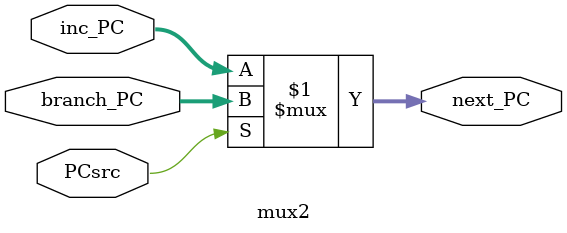
<source format=sv>
module mux2#(
    parameter next_PC_width = 12
)(
    input logic PCsrc,
    input logic [next_PC_width-1:0] branch_PC,
    input logic [next_PC_width-1:0] inc_PC,
    output logic [next_PC_width-1:0] next_PC 

);

assign next_PC = PCsrc ? branch_PC : inc_PC;
    
endmodule

</source>
